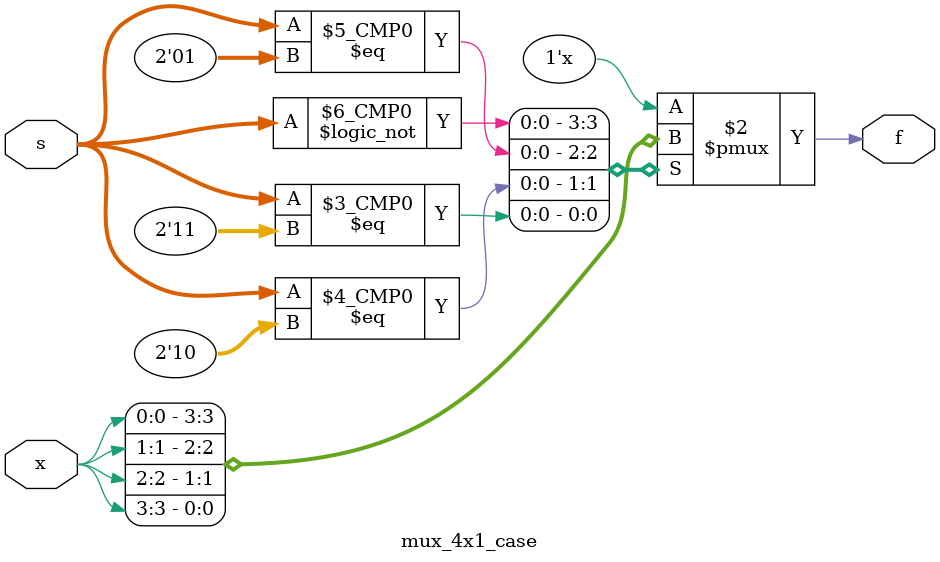
<source format=v>
module mux_4x1_case(
    input [3:0] x,
    input [1:0] s,
    output reg f
    );

    always @(*)
    begin
        case(s)
        2'b00: f = x[0];
        2'b01: f = x[1];
        2'b10: f = x[2];
        2'b11: f = x[3];
        default: f = x[0]; //optional
        endcase
    end
endmodule
</source>
